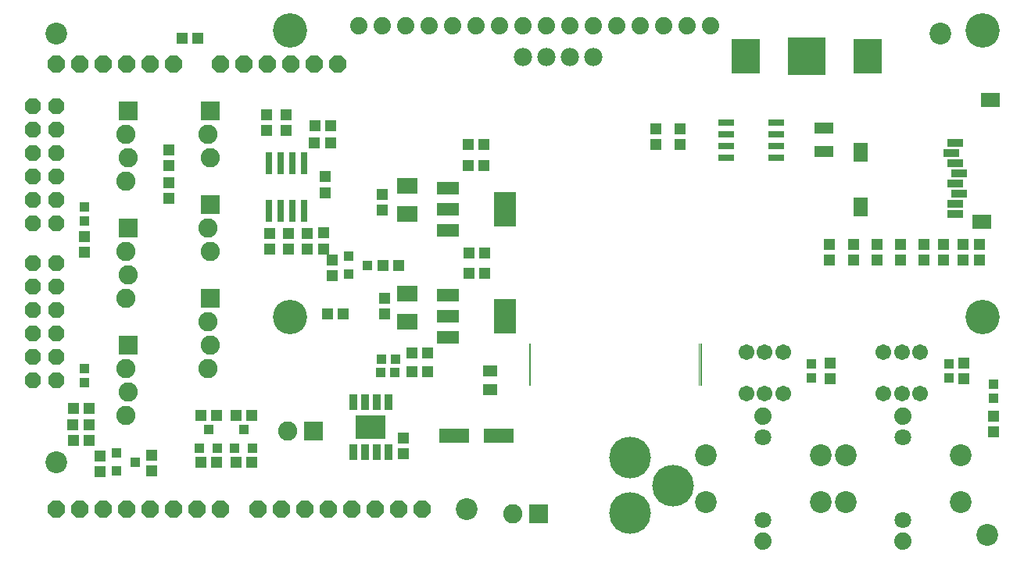
<source format=gts>
G04 EAGLE Gerber RS-274X export*
G75*
%MOMM*%
%FSLAX34Y34*%
%LPD*%
%INTop Solder Mask*%
%IPPOS*%
%AMOC8*
5,1,8,0,0,1.08239X$1,22.5*%
G01*
%ADD10C,2.362200*%
%ADD11R,0.084838X4.655819*%
%ADD12R,0.084581X4.655819*%
%ADD13P,2.034460X8X202.500000*%
%ADD14R,2.082800X2.082800*%
%ADD15C,2.082800*%
%ADD16P,1.869504X8X292.500000*%
%ADD17R,2.103200X1.603200*%
%ADD18R,1.603200X2.003200*%
%ADD19R,1.703200X0.903200*%
%ADD20R,1.303200X1.203200*%
%ADD21R,1.283200X1.253200*%
%ADD22R,0.803200X2.403200*%
%ADD23R,1.203200X1.303200*%
%ADD24R,1.253200X1.283200*%
%ADD25R,0.853200X1.728200*%
%ADD26R,3.303200X2.603200*%
%ADD27R,3.203200X1.603200*%
%ADD28R,1.603200X1.303200*%
%ADD29R,0.990600X1.092200*%
%ADD30R,1.092200X0.990600*%
%ADD31R,1.753200X0.803200*%
%ADD32R,2.203200X1.703200*%
%ADD33R,2.438400X1.422400*%
%ADD34R,2.403200X3.803200*%
%ADD35R,3.103200X3.703200*%
%ADD36R,4.163200X4.163200*%
%ADD37R,2.003200X1.203200*%
%ADD38R,1.003200X1.003200*%
%ADD39C,1.879600*%
%ADD40C,1.803200*%
%ADD41C,3.719200*%
%ADD42C,1.981200*%
%ADD43C,1.711200*%
%ADD44C,4.521200*%


D10*
X58420Y86306D03*
X502851Y35506D03*
X58420Y551180D03*
D11*
X570617Y192170D03*
D12*
X571464Y192170D03*
X572310Y192170D03*
D11*
X573157Y192170D03*
D12*
X755190Y192170D03*
D11*
X756037Y192170D03*
D12*
X756884Y192170D03*
X757730Y192170D03*
D10*
X1066800Y7566D03*
X1016000Y551180D03*
D13*
X159951Y35506D03*
X185351Y518106D03*
X134551Y35506D03*
X109151Y35506D03*
X83751Y35506D03*
X58351Y35506D03*
X185351Y35506D03*
X210751Y35506D03*
X236151Y35506D03*
X276791Y35506D03*
X302191Y35506D03*
X327591Y35506D03*
X352991Y35506D03*
X378391Y35506D03*
X403791Y35506D03*
X429191Y35506D03*
X454591Y35506D03*
X159951Y518106D03*
X134551Y518106D03*
X109151Y518106D03*
X83751Y518106D03*
X58351Y518106D03*
X236151Y518106D03*
X261551Y518106D03*
X286951Y518106D03*
X312351Y518106D03*
X337751Y518106D03*
X363151Y518106D03*
D14*
X224721Y365706D03*
D15*
X222181Y340306D03*
X224721Y314906D03*
D14*
X224721Y467306D03*
D15*
X222181Y441906D03*
X224721Y416506D03*
D14*
X135821Y467306D03*
D15*
X133281Y441906D03*
X135821Y416506D03*
X133281Y391106D03*
D16*
X58420Y472494D03*
X33020Y472494D03*
X58420Y447094D03*
X33020Y447094D03*
X58420Y421694D03*
X33020Y421694D03*
X58420Y396294D03*
X33020Y396294D03*
X58420Y370894D03*
X33020Y370894D03*
X58420Y345494D03*
X33020Y345494D03*
D17*
X1060697Y346843D03*
X1069697Y478843D03*
D18*
X929697Y362843D03*
X929697Y422843D03*
D19*
X1031697Y355843D03*
X1031697Y366843D03*
X1035697Y377843D03*
X1031697Y388843D03*
X1035697Y399843D03*
X1031697Y410843D03*
X1027697Y421843D03*
X1031697Y432843D03*
D20*
X972711Y322557D03*
X972711Y305557D03*
X998111Y322557D03*
X998111Y305557D03*
X947311Y322557D03*
X947311Y305557D03*
X921911Y322557D03*
X921911Y305557D03*
D21*
X1040443Y305307D03*
X1040443Y322807D03*
D20*
X733991Y447866D03*
X733991Y430866D03*
X707459Y447974D03*
X707459Y430974D03*
D22*
X313621Y410756D03*
X313621Y358756D03*
X326321Y410756D03*
X300921Y410756D03*
X288221Y410756D03*
X326321Y358756D03*
X300921Y358756D03*
X288221Y358756D03*
D20*
X330131Y334836D03*
X330131Y317836D03*
D23*
X338580Y451344D03*
X355580Y451344D03*
D24*
X337891Y433016D03*
X355391Y433016D03*
D21*
X347926Y335209D03*
X347926Y317709D03*
D14*
X336481Y120596D03*
D15*
X308541Y120596D03*
D25*
X379799Y97394D03*
X392499Y97394D03*
X405199Y97394D03*
X417899Y97394D03*
X417899Y151634D03*
X405199Y151634D03*
X392499Y151634D03*
X379799Y151634D03*
D26*
X398849Y124514D03*
D20*
X434286Y112709D03*
X434286Y95709D03*
D27*
X489011Y115516D03*
X537011Y115516D03*
D28*
X528320Y165260D03*
X528320Y185260D03*
D14*
X224721Y264106D03*
D15*
X222181Y238706D03*
X224721Y213306D03*
X222181Y187906D03*
D29*
X213545Y101546D03*
X232849Y101546D03*
X223197Y121866D03*
D23*
X231951Y86306D03*
X214951Y86306D03*
X214951Y137106D03*
X231951Y137106D03*
D29*
X251645Y101546D03*
X270949Y101546D03*
X261297Y121866D03*
D23*
X270051Y86306D03*
X253051Y86306D03*
X270051Y137106D03*
X253051Y137106D03*
D16*
X58420Y302206D03*
X33020Y302206D03*
X58420Y276806D03*
X33020Y276806D03*
X58420Y251406D03*
X33020Y251406D03*
X58420Y226006D03*
X33020Y226006D03*
X58420Y200606D03*
X33020Y200606D03*
X58420Y175206D03*
X33020Y175206D03*
D14*
X135821Y340306D03*
D15*
X133281Y314906D03*
X135821Y289506D03*
X133281Y264106D03*
D14*
X135821Y213306D03*
D15*
X133281Y187906D03*
X135821Y162506D03*
X133281Y137106D03*
D30*
X123544Y96212D03*
X123544Y76908D03*
X143864Y86560D03*
X374581Y309572D03*
X374581Y290268D03*
X394901Y299920D03*
D20*
X161644Y76960D03*
X161644Y93960D03*
X105765Y76536D03*
X105765Y93536D03*
D23*
X411816Y299789D03*
X428816Y299789D03*
D20*
X356801Y288626D03*
X356801Y305626D03*
D31*
X837933Y416942D03*
X837933Y429642D03*
X837933Y442342D03*
X837933Y455042D03*
X783933Y455042D03*
X783933Y442342D03*
X783933Y429642D03*
X783933Y416942D03*
D23*
X504526Y430599D03*
X521526Y430599D03*
X521577Y408147D03*
X504577Y408147D03*
D21*
X411411Y376996D03*
X411411Y359496D03*
D32*
X438081Y385786D03*
X438081Y355786D03*
D33*
X482146Y383725D03*
X482146Y360611D03*
X482146Y337497D03*
D34*
X544124Y360611D03*
D20*
X180286Y372569D03*
X180286Y389569D03*
D21*
X180394Y407741D03*
X180394Y425241D03*
D23*
X76590Y110436D03*
X93590Y110436D03*
D24*
X93840Y126946D03*
X76340Y126946D03*
D20*
X309811Y334836D03*
X309811Y317836D03*
X306848Y446106D03*
X306848Y463106D03*
D21*
X349181Y378546D03*
X349181Y396046D03*
D35*
X805133Y526574D03*
X937133Y526574D03*
D36*
X871133Y526574D03*
D37*
X889762Y448739D03*
X889762Y423239D03*
D20*
X1073615Y136302D03*
X1073615Y119302D03*
D38*
X1073615Y155859D03*
X1073615Y170859D03*
D20*
X1019285Y305582D03*
X1019285Y322582D03*
X895812Y305564D03*
X895812Y322564D03*
D21*
X1058228Y305332D03*
X1058228Y322832D03*
D10*
X761389Y93587D03*
X886389Y93587D03*
X761389Y43587D03*
X886389Y43587D03*
D39*
X823889Y136087D03*
X823889Y1087D03*
D40*
X823889Y113587D03*
X823889Y23587D03*
D10*
X912960Y93587D03*
X1037960Y93587D03*
X912960Y43587D03*
X1037960Y43587D03*
D39*
X975460Y136087D03*
X975460Y1087D03*
D40*
X975460Y113587D03*
X975460Y23587D03*
D23*
X505379Y291226D03*
X522379Y291226D03*
X522476Y313298D03*
X505476Y313298D03*
D21*
X413985Y264491D03*
X413985Y246991D03*
D32*
X438545Y269064D03*
X438545Y239064D03*
D33*
X482487Y267856D03*
X482487Y244742D03*
X482487Y221628D03*
D34*
X544465Y244742D03*
D38*
X424835Y183642D03*
X409835Y183642D03*
X425681Y198120D03*
X410681Y198120D03*
D23*
X443366Y184404D03*
X460366Y184404D03*
X443366Y204724D03*
X460366Y204724D03*
D20*
X286204Y446093D03*
X286204Y463093D03*
X289111Y334534D03*
X289111Y317534D03*
D39*
X436945Y559265D03*
X462345Y559265D03*
X487745Y559265D03*
X513145Y559265D03*
X538545Y559265D03*
X563945Y559265D03*
X589345Y559265D03*
X614745Y559265D03*
X640145Y559265D03*
X665545Y559265D03*
X690945Y559265D03*
X716345Y559265D03*
X741745Y559265D03*
X767145Y559265D03*
X411545Y559265D03*
X386145Y559265D03*
D41*
X311145Y244265D03*
X1061145Y244265D03*
X311145Y554265D03*
X1061145Y554265D03*
D20*
X896620Y193920D03*
X896620Y176920D03*
X1041400Y193920D03*
X1041400Y176920D03*
D38*
X1024890Y177920D03*
X1024890Y192920D03*
X876300Y177920D03*
X876300Y192920D03*
D42*
X563880Y525780D03*
X589280Y525780D03*
X614680Y525780D03*
X640080Y525780D03*
D14*
X580390Y30480D03*
D15*
X552450Y30480D03*
D38*
X88900Y172840D03*
X88900Y187840D03*
D23*
X76590Y144780D03*
X93590Y144780D03*
D38*
X88900Y363100D03*
X88900Y348100D03*
D20*
X88900Y331080D03*
X88900Y314080D03*
D43*
X825500Y205740D03*
X845500Y205740D03*
X805500Y205740D03*
X805500Y160740D03*
X825500Y160740D03*
X845500Y160740D03*
X974090Y205740D03*
X994090Y205740D03*
X954090Y205740D03*
X954090Y160740D03*
X974090Y160740D03*
X994090Y160740D03*
D23*
X194700Y546100D03*
X211700Y546100D03*
X369180Y247650D03*
X352180Y247650D03*
D44*
X679450Y91280D03*
X679450Y31280D03*
X726450Y61280D03*
M02*

</source>
